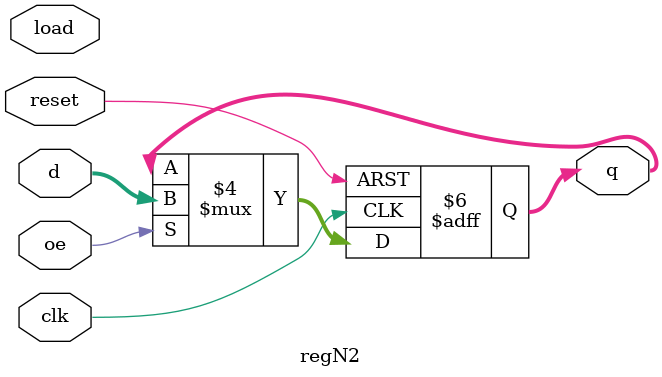
<source format=sv>
module regN2 #(parameter N = 8)(
   output logic [N-1:0]q,
   input  logic [N-1:0]d,
   input  logic oe,
   input  logic load,
   input  logic reset,
   input  logic clk
);

always_ff @(posedge clk or negedge reset) begin
if (reset == 0) begin
    q <= 0;
end else if (oe == 1)begin
    q <= d;
end
    
end

endmodule
</source>
